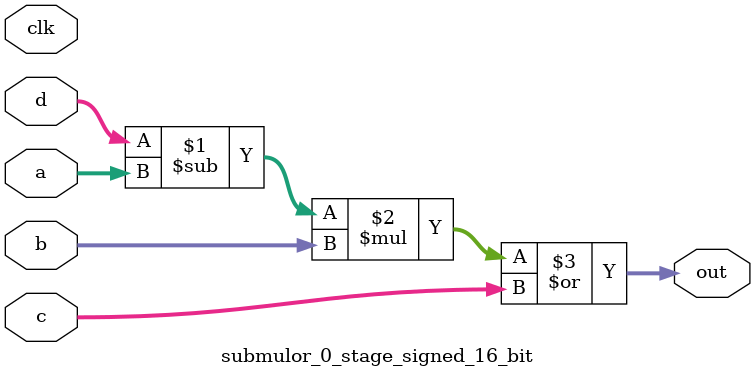
<source format=sv>
(* use_dsp = "yes" *) module submulor_0_stage_signed_16_bit(
	input signed [15:0] a,
	input signed [15:0] b,
	input signed [15:0] c,
	input signed [15:0] d,
	output [15:0] out,
	input clk);

	assign out = ((d - a) * b) | c;
endmodule

</source>
